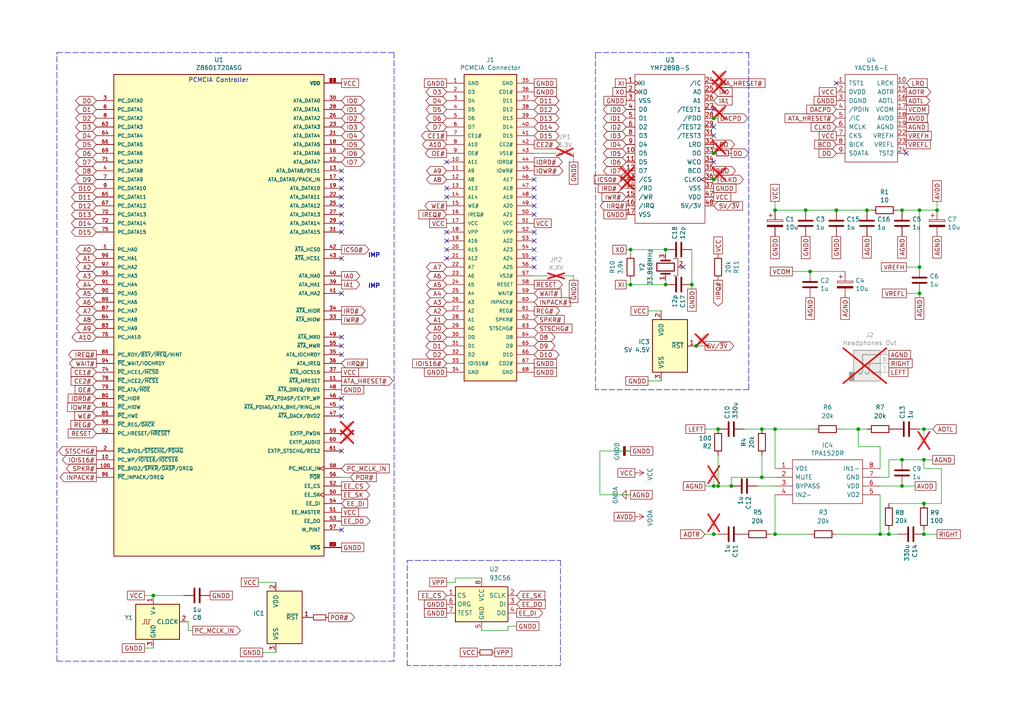
<source format=kicad_sch>
(kicad_sch (version 20231120) (generator "eeschema") (generator_version "8.0")
  (paper "A4")
  (title_block (title "PCMCIA OPL3 Sound Card") (date "2025-02-06") (rev "HW3"))
  (junction (at 234.95 78.74))
  (junction (at 251.46 60.96))
  (junction (at 267.97 133.35))
  (junction (at 207.01 44.45))
  (junction (at 44.45 172.72))
  (junction (at 248.92 124.46))
  (junction (at 261.62 140.97))
  (junction (at 201.93 100.33))
  (junction (at 267.97 124.46))
  (junction (at 220.98 124.46))
  (junction (at 261.62 60.96))
  (junction (at 207.01 34.29))
  (junction (at 257.81 154.94))
  (junction (at 208.28 140.97))
  (junction (at 220.98 138.43))
  (junction (at 212.09 140.97))
  (junction (at 271.78 60.96))
  (junction (at 208.28 124.46))
  (junction (at 207.01 52.07))
  (junction (at 266.7 85.09))
  (junction (at 267.97 154.94))
  (junction (at 224.79 60.96))
  (junction (at 193.04 72.39))
  (junction (at 182.88 72.39))
  (junction (at 266.7 77.47))
  (junction (at 233.68 60.96))
  (junction (at 267.97 146.05))
  (junction (at 261.62 133.35))
  (junction (at 224.79 124.46))
  (junction (at 224.79 154.94))
  (junction (at 255.27 154.94))
  (junction (at 200.66 82.55))
  (junction (at 266.7 60.96))
  (junction (at 207.01 154.94))
  (junction (at 182.88 82.55))
  (junction (at 242.57 60.96))
  (junction (at 193.04 82.55))
  (junction (at 207.01 140.97))
  (no_connect (at 154.94 57.15))
  (no_connect (at 154.94 54.61))
  (no_connect (at 129.54 57.15))
  (no_connect (at 99.06 57.15))
  (no_connect (at 99.06 52.07))
  (no_connect (at 99.06 62.23))
  (no_connect (at 99.06 67.31))
  (no_connect (at 207.01 46.99))
  (no_connect (at 242.57 24.13))
  (no_connect (at 129.54 72.39))
  (no_connect (at 154.94 67.31))
  (no_connect (at 99.06 54.61))
  (no_connect (at 207.01 31.75))
  (no_connect (at 99.06 74.93))
  (no_connect (at 207.01 36.83))
  (no_connect (at 154.94 77.47))
  (no_connect (at 99.06 85.09))
  (no_connect (at 129.54 54.61))
  (no_connect (at 99.06 97.79))
  (no_connect (at 129.54 74.93))
  (no_connect (at 99.06 49.53))
  (no_connect (at 154.94 69.85))
  (no_connect (at 154.94 52.07))
  (no_connect (at 99.06 115.57))
  (no_connect (at 154.94 74.93))
  (no_connect (at 99.06 118.11))
  (no_connect (at 207.01 39.37))
  (no_connect (at 99.06 100.33))
  (no_connect (at 99.06 120.65))
  (no_connect (at 99.06 130.81))
  (no_connect (at 99.06 64.77))
  (no_connect (at 129.54 46.99))
  (no_connect (at 198.12 77.47))
  (no_connect (at 154.94 59.69))
  (no_connect (at 99.06 59.69))
  (no_connect (at 154.94 72.39))
  (no_connect (at 99.06 102.87))
  (no_connect (at 262.89 44.45))
  (no_connect (at 129.54 67.31))
  (no_connect (at 154.94 62.23))
  (no_connect (at 99.06 153.67))
  (no_connect (at 129.54 69.85))
  (polyline (pts (xy 114.3 15.24) (xy 114.3 191.77)) (stroke (width 0) (type dash)))
  (polyline (pts (xy 172.72 15.24) (xy 217.17 15.24)) (stroke (width 0) (type dash)))
  (wire (pts (xy 204.47 140.97) (xy 207.01 140.97)))
  (wire (pts (xy 41.91 172.72) (xy 44.45 172.72)))
  (wire (pts (xy 44.45 172.72) (xy 53.34 172.72)))
  (wire (pts (xy 267.97 135.89) (xy 267.97 133.35)))
  (wire (pts (xy 208.28 34.29) (xy 207.01 34.29)))
  (wire (pts (xy 163.83 80.01) (xy 166.37 80.01)))
  (wire (pts (xy 182.88 130.81) (xy 173.99 130.81)))
  (wire (pts (xy 260.35 60.96) (xy 261.62 60.96)))
  (wire (pts (xy 41.91 187.96) (xy 44.45 187.96)))
  (wire (pts (xy 224.79 143.51) (xy 224.79 154.94)))
  (wire (pts (xy 234.95 78.74) (xy 229.87 78.74)))
  (polyline (pts (xy 16.51 15.24) (xy 114.3 15.24)) (stroke (width 0) (type dash)))
  (wire (pts (xy 208.28 132.08) (xy 208.28 140.97)))
  (wire (pts (xy 147.32 182.88) (xy 147.32 181.61)))
  (wire (pts (xy 261.62 60.96) (xy 266.7 60.96)))
  (polyline (pts (xy 118.11 193.04) (xy 118.11 162.56)) (stroke (width 0) (type dash)))
  (wire (pts (xy 208.28 140.97) (xy 212.09 140.97)))
  (wire (pts (xy 129.54 168.91) (xy 132.08 168.91)))
  (wire (pts (xy 243.84 124.46) (xy 248.92 124.46)))
  (polyline (pts (xy 162.56 162.56) (xy 162.56 193.04)) (stroke (width 0) (type dash)))
  (polyline (pts (xy 114.3 191.77) (xy 16.51 191.77)) (stroke (width 0) (type dash)))
  (wire (pts (xy 267.97 154.94) (xy 267.97 153.67)))
  (polyline (pts (xy 162.56 193.04) (xy 118.11 193.04)) (stroke (width 0) (type dash)))
  (polyline (pts (xy 118.11 162.56) (xy 162.56 162.56)) (stroke (width 0) (type dash)))
  (wire (pts (xy 132.08 167.64) (xy 139.7 167.64)))
  (wire (pts (xy 267.97 146.05) (xy 273.05 146.05)))
  (wire (pts (xy 224.79 60.96) (xy 233.68 60.96)))
  (wire (pts (xy 173.99 143.51) (xy 182.88 143.51)))
  (polyline (pts (xy 16.51 191.77) (xy 16.51 15.24)) (stroke (width 0) (type dash)))
  (wire (pts (xy 257.81 138.43) (xy 255.27 138.43)))
  (wire (pts (xy 193.04 73.66) (xy 193.04 72.39)))
  (wire (pts (xy 212.09 138.43) (xy 212.09 140.97)))
  (wire (pts (xy 166.37 46.99) (xy 166.37 44.45)))
  (wire (pts (xy 233.68 60.96) (xy 242.57 60.96)))
  (wire (pts (xy 266.7 85.09) (xy 262.89 85.09)))
  (wire (pts (xy 132.08 168.91) (xy 132.08 167.64)))
  (wire (pts (xy 245.11 78.74) (xy 234.95 78.74)))
  (polyline (pts (xy 172.72 113.03) (xy 172.72 15.24)) (stroke (width 0) (type dash)))
  (wire (pts (xy 255.27 129.54) (xy 248.92 129.54)))
  (wire (pts (xy 266.7 60.96) (xy 271.78 60.96)))
  (wire (pts (xy 261.62 133.35) (xy 257.81 133.35)))
  (wire (pts (xy 208.28 124.46) (xy 204.47 124.46)))
  (wire (pts (xy 54.61 180.34) (xy 54.61 182.88)))
  (wire (pts (xy 147.32 181.61) (xy 149.86 181.61)))
  (wire (pts (xy 74.93 168.91) (xy 80.01 168.91)))
  (wire (pts (xy 267.97 154.94) (xy 271.78 154.94)))
  (wire (pts (xy 204.47 100.33) (xy 201.93 100.33)))
  (wire (pts (xy 207.01 154.94) (xy 204.47 154.94)))
  (wire (pts (xy 200.66 82.55) (xy 200.66 72.39)))
  (wire (pts (xy 257.81 133.35) (xy 257.81 138.43)))
  (wire (pts (xy 200.66 83.82) (xy 200.66 82.55)))
  (wire (pts (xy 180.34 52.07) (xy 181.61 52.07)))
  (wire (pts (xy 224.79 58.42) (xy 224.79 60.96)))
  (wire (pts (xy 166.37 80.01) (xy 166.37 81.28)))
  (wire (pts (xy 257.81 146.05) (xy 267.97 146.05)))
  (wire (pts (xy 139.7 182.88) (xy 147.32 182.88)))
  (wire (pts (xy 220.98 124.46) (xy 224.79 124.46)))
  (wire (pts (xy 215.9 124.46) (xy 220.98 124.46)))
  (wire (pts (xy 99.06 138.43) (xy 101.6 138.43)))
  (wire (pts (xy 181.61 82.55) (xy 182.88 82.55)))
  (wire (pts (xy 207.01 140.97) (xy 208.28 140.97)))
  (wire (pts (xy 182.88 82.55) (xy 182.88 81.28)))
  (wire (pts (xy 266.7 86.36) (xy 266.7 85.09)))
  (wire (pts (xy 187.96 110.49) (xy 191.77 110.49)))
  (wire (pts (xy 224.79 135.89) (xy 224.79 124.46)))
  (wire (pts (xy 234.95 154.94) (xy 224.79 154.94)))
  (wire (pts (xy 251.46 60.96) (xy 252.73 60.96)))
  (wire (pts (xy 54.61 182.88) (xy 55.88 182.88)))
  (wire (pts (xy 224.79 138.43) (xy 220.98 138.43)))
  (polyline (pts (xy 217.17 15.24) (xy 217.17 113.03)) (stroke (width 0) (type dash)))
  (wire (pts (xy 220.98 138.43) (xy 212.09 138.43)))
  (wire (pts (xy 181.61 72.39) (xy 182.88 72.39)))
  (wire (pts (xy 154.94 44.45) (xy 161.29 44.45)))
  (wire (pts (xy 182.88 72.39) (xy 182.88 73.66)))
  (wire (pts (xy 257.81 154.94) (xy 260.35 154.94)))
  (wire (pts (xy 266.7 124.46) (xy 267.97 124.46)))
  (wire (pts (xy 193.04 82.55) (xy 193.04 81.28)))
  (wire (pts (xy 173.99 130.81) (xy 173.99 143.51)))
  (polyline (pts (xy 217.17 113.03) (xy 172.72 113.03)) (stroke (width 0) (type dash)))
  (wire (pts (xy 271.78 60.96) (xy 271.78 58.42)))
  (wire (pts (xy 261.62 133.35) (xy 267.97 133.35)))
  (wire (pts (xy 158.75 80.01) (xy 154.94 80.01)))
  (wire (pts (xy 255.27 154.94) (xy 242.57 154.94)))
  (wire (pts (xy 257.81 153.67) (xy 257.81 154.94)))
  (wire (pts (xy 248.92 124.46) (xy 251.46 124.46)))
  (wire (pts (xy 187.96 90.17) (xy 191.77 90.17)))
  (wire (pts (xy 255.27 154.94) (xy 257.81 154.94)))
  (wire (pts (xy 180.34 54.61) (xy 181.61 54.61)))
  (wire (pts (xy 273.05 146.05) (xy 273.05 135.89)))
  (wire (pts (xy 267.97 135.89) (xy 273.05 135.89)))
  (wire (pts (xy 182.88 72.39) (xy 193.04 72.39)))
  (wire (pts (xy 208.28 52.07) (xy 207.01 52.07)))
  (wire (pts (xy 266.7 77.47) (xy 262.89 77.47)))
  (wire (pts (xy 261.62 140.97) (xy 265.43 140.97)))
  (wire (pts (xy 224.79 124.46) (xy 236.22 124.46)))
  (wire (pts (xy 220.98 132.08) (xy 220.98 138.43)))
  (wire (pts (xy 80.01 189.23) (xy 76.2 189.23)))
  (wire (pts (xy 267.97 124.46) (xy 270.51 124.46)))
  (wire (pts (xy 255.27 143.51) (xy 255.27 154.94)))
  (wire (pts (xy 255.27 140.97) (xy 261.62 140.97)))
  (wire (pts (xy 223.52 154.94) (xy 224.79 154.94)))
  (wire (pts (xy 242.57 60.96) (xy 251.46 60.96)))
  (wire (pts (xy 255.27 129.54) (xy 255.27 135.89)))
  (wire (pts (xy 248.92 129.54) (xy 248.92 124.46)))
  (wire (pts (xy 182.88 82.55) (xy 193.04 82.55)))
  (wire (pts (xy 219.71 140.97) (xy 224.79 140.97)))
  (wire (pts (xy 267.97 133.35) (xy 270.51 133.35)))
  (wire (pts (xy 266.7 60.96) (xy 266.7 77.47)))
  (wire (pts (xy 208.28 154.94) (xy 207.01 154.94)))
  (text "IMP" (at 106.68 83.82 0) (effects (font (size 1.27 1.27) (thickness 0.254) (bold yes)) (justify left bottom)))
  (text "PCMCIA Controller" (at 54.61 24.13 0) (effects (font (size 1.27 1.27)) (justify left bottom)))
  (text "IMP" (at 106.68 74.93 0) (effects (font (size 1.27 1.27) (thickness 0.254) (bold yes)) (justify left bottom)))
  (global_label "AVDD" (shape passive) (at 262.89 34.29 0) (property "Intersheetrefs" "${INTERSHEET_REFS}" (effects (hide yes))))
  (global_label "VREFL" (shape passive) (at 262.89 41.91 0) (property "Intersheetrefs" "${INTERSHEET_REFS}" (effects (hide yes))))
  (global_label "GNDD" (shape passive) (at 76.2 189.23 180) (property "Intersheetrefs" "${INTERSHEET_REFS}" (effects (hide yes))))
  (global_label "D13" (shape bidirectional) (at 154.94 34.29 0) (property "Intersheetrefs" "${INTERSHEET_REFS}" (effects (hide yes))))
  (global_label "GNDD" (shape passive) (at 207.01 54.61 0) (property "Intersheetrefs" "${INTERSHEET_REFS}" (effects (hide yes))))
  (global_label "GNDD" (shape passive) (at 242.57 68.58 270) (property "Intersheetrefs" "${INTERSHEET_REFS}" (effects (hide yes))))
  (global_label "A1" (shape bidirectional) (at 27.94 74.93 180) (property "Intersheetrefs" "${INTERSHEET_REFS}" (effects (hide yes))))
  (global_label "IWR#" (shape output) (at 99.06 92.71 0) (property "Intersheetrefs" "${INTERSHEET_REFS}" (effects (hide yes))))
  (global_label "OE#" (shape output) (at 129.54 44.45 180) (property "Intersheetrefs" "${INTERSHEET_REFS}" (effects (hide yes))))
  (global_label "LRO" (shape output) (at 207.01 41.91 0) (property "Intersheetrefs" "${INTERSHEET_REFS}" (effects (hide yes))))
  (global_label "AGND" (shape passive) (at 234.95 86.36 270) (property "Intersheetrefs" "${INTERSHEET_REFS}" (effects (hide yes))))
  (global_label "SPKR#" (shape output) (at 27.94 135.89 180) (property "Intersheetrefs" "${INTERSHEET_REFS}" (effects (hide yes))))
  (global_label "EE_DO" (shape output) (at 99.06 151.13 0) (property "Intersheetrefs" "${INTERSHEET_REFS}" (effects (hide yes))))
  (global_label "VCOM" (shape passive) (at 229.87 78.74 180) (property "Intersheetrefs" "${INTERSHEET_REFS}" (effects (hide yes))))
  (global_label "D8" (shape bidirectional) (at 154.94 97.79 0) (property "Intersheetrefs" "${INTERSHEET_REFS}" (effects (hide yes))))
  (global_label "VREFH" (shape passive) (at 262.89 39.37 0) (property "Intersheetrefs" "${INTERSHEET_REFS}" (effects (hide yes))))
  (global_label "VPP" (shape passive) (at 129.54 168.91 180) (property "Intersheetrefs" "${INTERSHEET_REFS}" (effects (hide yes))))
  (global_label "D7" (shape bidirectional) (at 27.94 46.99 180) (property "Intersheetrefs" "${INTERSHEET_REFS}" (effects (hide yes))))
  (global_label "A9" (shape bidirectional) (at 27.94 95.25 180) (property "Intersheetrefs" "${INTERSHEET_REFS}" (effects (hide yes))))
  (global_label "IRD#" (shape output) (at 99.06 90.17 0) (property "Intersheetrefs" "${INTERSHEET_REFS}" (effects (hide yes))))
  (global_label "PC_MCLK_IN" (shape input) (at 99.06 135.89 0) (property "Intersheetrefs" "${INTERSHEET_REFS}" (effects (hide yes))))
  (global_label "AGND" (shape passive) (at 271.78 68.58 270) (property "Intersheetrefs" "${INTERSHEET_REFS}" (effects (hide yes))))
  (global_label "GNDD" (shape passive) (at 242.57 29.21 180) (property "Intersheetrefs" "${INTERSHEET_REFS}" (effects (hide yes))))
  (global_label "D2" (shape bidirectional) (at 27.94 34.29 180) (property "Intersheetrefs" "${INTERSHEET_REFS}" (effects (hide yes))))
  (global_label "A0" (shape bidirectional) (at 129.54 95.25 180) (property "Intersheetrefs" "${INTERSHEET_REFS}" (effects (hide yes))))
  (global_label "STSCHG#" (shape output) (at 27.94 130.81 180) (property "Intersheetrefs" "${INTERSHEET_REFS}" (effects (hide yes))))
  (global_label "OE#" (shape input) (at 27.94 113.03 180) (property "Intersheetrefs" "${INTERSHEET_REFS}" (effects (hide yes))))
  (global_label "GNDD" (shape passive) (at 166.37 81.28 270) (property "Intersheetrefs" "${INTERSHEET_REFS}" (effects (hide yes))))
  (global_label "GNDD" (shape passive) (at 200.66 83.82 270) (property "Intersheetrefs" "${INTERSHEET_REFS}" (effects (hide yes))))
  (global_label "GNDD" (shape passive) (at 182.88 130.81 0) (property "Intersheetrefs" "${INTERSHEET_REFS}" (effects (hide yes))))
  (global_label "WE#" (shape output) (at 129.54 59.69 180) (property "Intersheetrefs" "${INTERSHEET_REFS}" (effects (hide yes))))
  (global_label "VCC" (shape passive) (at 41.91 172.72 180) (property "Intersheetrefs" "${INTERSHEET_REFS}" (effects (hide yes))))
  (global_label "A6" (shape bidirectional) (at 129.54 80.01 180) (property "Intersheetrefs" "${INTERSHEET_REFS}" (effects (hide yes))))
  (global_label "RIGHT" (shape passive) (at 257.81 105.41 0) (property "Intersheetrefs" "${INTERSHEET_REFS}" (effects (hide yes))))
  (global_label "VREFH" (shape passive) (at 262.89 77.47 180) (property "Intersheetrefs" "${INTERSHEET_REFS}" (effects (hide yes))))
  (global_label "ICS0#" (shape input) (at 180.34 52.07 180) (property "Intersheetrefs" "${INTERSHEET_REFS}" (effects (hide yes))))
  (global_label "GNDD" (shape passive) (at 154.94 24.13 0) (property "Intersheetrefs" "${INTERSHEET_REFS}" (effects (hide yes))))
  (global_label "IOIS16#" (shape input) (at 129.54 105.41 180) (property "Intersheetrefs" "${INTERSHEET_REFS}" (effects (hide yes))))
  (global_label "SPKR#" (shape input) (at 154.94 92.71 0) (property "Intersheetrefs" "${INTERSHEET_REFS}" (effects (hide yes))))
  (global_label "D5" (shape bidirectional) (at 27.94 41.91 180) (property "Intersheetrefs" "${INTERSHEET_REFS}" (effects (hide yes))))
  (global_label "ICS0#" (shape output) (at 99.06 72.39 0) (property "Intersheetrefs" "${INTERSHEET_REFS}" (effects (hide yes))))
  (global_label "VCC" (shape passive) (at 184.15 137.16 180) (property "Intersheetrefs" "${INTERSHEET_REFS}" (effects (hide yes))))
  (global_label "AOTR" (shape output) (at 262.89 26.67 0) (property "Intersheetrefs" "${INTERSHEET_REFS}" (effects (hide yes))))
  (global_label "A2" (shape bidirectional) (at 27.94 77.47 180) (property "Intersheetrefs" "${INTERSHEET_REFS}" (effects (hide yes))))
  (global_label "D3" (shape bidirectional) (at 129.54 26.67 180) (property "Intersheetrefs" "${INTERSHEET_REFS}" (effects (hide yes))))
  (global_label "VCC" (shape passive) (at 242.57 39.37 180) (property "Intersheetrefs" "${INTERSHEET_REFS}" (effects (hide yes))))
  (global_label "IIRQ#" (shape input) (at 99.06 105.41 0) (property "Intersheetrefs" "${INTERSHEET_REFS}" (effects (hide yes))))
  (global_label "XO" (shape passive) (at 181.61 72.39 180) (property "Intersheetrefs" "${INTERSHEET_REFS}" (effects (hide yes))))
  (global_label "IREQ#" (shape input) (at 129.54 62.23 180) (property "Intersheetrefs" "${INTERSHEET_REFS}" (effects (hide yes))))
  (global_label "D7" (shape bidirectional) (at 129.54 36.83 180) (property "Intersheetrefs" "${INTERSHEET_REFS}" (effects (hide yes))))
  (global_label "D9" (shape bidirectional) (at 154.94 100.33 0) (property "Intersheetrefs" "${INTERSHEET_REFS}" (effects (hide yes))))
  (global_label "IA1" (shape output) (at 99.06 82.55 0) (property "Intersheetrefs" "${INTERSHEET_REFS}" (effects (hide yes))))
  (global_label "D3" (shape bidirectional) (at 27.94 36.83 180) (property "Intersheetrefs" "${INTERSHEET_REFS}" (effects (hide yes))))
  (global_label "REG#" (shape input) (at 27.94 123.19 180) (property "Intersheetrefs" "${INTERSHEET_REFS}" (effects (hide yes))))
  (global_label "REG#" (shape output) (at 154.94 90.17 0) (property "Intersheetrefs" "${INTERSHEET_REFS}" (effects (hide yes))))
  (global_label "GNDD" (shape passive) (at 181.61 29.21 180) (property "Intersheetrefs" "${INTERSHEET_REFS}" (effects (hide yes))))
  (global_label "A5" (shape bidirectional) (at 129.54 82.55 180) (property "Intersheetrefs" "${INTERSHEET_REFS}" (effects (hide yes))))
  (global_label "D15" (shape bidirectional) (at 27.94 67.31 180) (property "Intersheetrefs" "${INTERSHEET_REFS}" (effects (hide yes))))
  (global_label "A2" (shape bidirectional) (at 129.54 90.17 180) (property "Intersheetrefs" "${INTERSHEET_REFS}" (effects (hide yes))))
  (global_label "IRD#" (shape input) (at 180.34 54.61 180) (property "Intersheetrefs" "${INTERSHEET_REFS}" (effects (hide yes))))
  (global_label "A0" (shape bidirectional) (at 27.94 72.39 180) (property "Intersheetrefs" "${INTERSHEET_REFS}" (effects (hide yes))))
  (global_label "D11" (shape bidirectional) (at 27.94 57.15 180) (property "Intersheetrefs" "${INTERSHEET_REFS}" (effects (hide yes))))
  (global_label "CE1#" (shape output) (at 129.54 39.37 180) (property "Intersheetrefs" "${INTERSHEET_REFS}" (effects (hide yes))))
  (global_label "A8" (shape bidirectional) (at 27.94 92.71 180) (property "Intersheetrefs" "${INTERSHEET_REFS}" (effects (hide yes))))
  (global_label "5V{slash}~{3V}" (shape input) (at 207.01 59.69 0) (property "Intersheetrefs" "${INTERSHEET_REFS}" (effects (hide yes))))
  (global_label "IA1" (shape input) (at 207.01 29.21 0) (property "Intersheetrefs" "${INTERSHEET_REFS}" (effects (hide yes))))
  (global_label "AGND" (shape passive) (at 257.81 102.87 0) (property "Intersheetrefs" "${INTERSHEET_REFS}" (effects (hide yes))))
  (global_label "D4" (shape bidirectional) (at 129.54 29.21 180) (property "Intersheetrefs" "${INTERSHEET_REFS}" (effects (hide yes))))
  (global_label "AVDD" (shape passive) (at 271.78 58.42 90) (property "Intersheetrefs" "${INTERSHEET_REFS}" (effects (hide yes))))
  (global_label "IOWR#" (shape input) (at 27.94 118.11 180) (property "Intersheetrefs" "${INTERSHEET_REFS}" (effects (hide yes))))
  (global_label "IORD#" (shape output) (at 154.94 46.99 0) (property "Intersheetrefs" "${INTERSHEET_REFS}" (effects (hide yes))))
  (global_label "IIRQ#" (shape output) (at 208.28 81.28 270) (property "Intersheetrefs" "${INTERSHEET_REFS}" (effects (hide yes))))
  (global_label "A10" (shape bidirectional) (at 129.54 41.91 180) (property "Intersheetrefs" "${INTERSHEET_REFS}" (effects (hide yes))))
  (global_label "D6" (shape bidirectional) (at 129.54 34.29 180) (property "Intersheetrefs" "${INTERSHEET_REFS}" (effects (hide yes))))
  (global_label "IREQ#" (shape output) (at 27.94 102.87 180) (property "Intersheetrefs" "${INTERSHEET_REFS}" (effects (hide yes))))
  (global_label "POR#" (shape output) (at 95.25 179.07 0) (property "Intersheetrefs" "${INTERSHEET_REFS}" (effects (hide yes))))
  (global_label "D4" (shape bidirectional) (at 27.94 39.37 180) (property "Intersheetrefs" "${INTERSHEET_REFS}" (effects (hide yes))))
  (global_label "ID7" (shape bidirectional) (at 99.06 46.99 0) (property "Intersheetrefs" "${INTERSHEET_REFS}" (effects (hide yes))))
  (global_label "ID1" (shape bidirectional) (at 181.61 34.29 180) (property "Intersheetrefs" "${INTERSHEET_REFS}" (effects (hide yes))))
  (global_label "A7" (shape bidirectional) (at 129.54 77.47 180) (property "Intersheetrefs" "${INTERSHEET_REFS}" (effects (hide yes))))
  (global_label "ID2" (shape bidirectional) (at 99.06 34.29 0) (property "Intersheetrefs" "${INTERSHEET_REFS}" (effects (hide yes))))
  (global_label "GNDD" (shape passive) (at 233.68 68.58 270) (property "Intersheetrefs" "${INTERSHEET_REFS}" (effects (hide yes))))
  (global_label "D5" (shape bidirectional) (at 129.54 31.75 180) (property "Intersheetrefs" "${INTERSHEET_REFS}" (effects (hide yes))))
  (global_label "ID1" (shape bidirectional) (at 99.06 31.75 0) (property "Intersheetrefs" "${INTERSHEET_REFS}" (effects (hide yes))))
  (global_label "ID5" (shape bidirectional) (at 99.06 41.91 0) (property "Intersheetrefs" "${INTERSHEET_REFS}" (effects (hide yes))))
  (global_label "ID0" (shape bidirectional) (at 99.06 29.21 0) (property "Intersheetrefs" "${INTERSHEET_REFS}" (effects (hide yes))))
  (global_label "XI" (shape passive) (at 181.61 24.13 180) (property "Intersheetrefs" "${INTERSHEET_REFS}" (effects (hide yes))))
  (global_label "D12" (shape bidirectional) (at 154.94 31.75 0) (property "Intersheetrefs" "${INTERSHEET_REFS}" (effects (hide yes))))
  (global_label "ID6" (shape bidirectional) (at 99.06 44.45 0) (property "Intersheetrefs" "${INTERSHEET_REFS}" (effects (hide yes))))
  (global_label "RESET" (shape input) (at 27.94 125.73 180) (property "Intersheetrefs" "${INTERSHEET_REFS}" (effects (hide yes))))
  (global_label "ATA_HRESET#" (shape input) (at 207.01 24.13 0) (property "Intersheetrefs" "${INTERSHEET_REFS}" (effects (hide yes))))
  (global_label "GNDD" (shape passive) (at 149.86 181.61 0) (property "Intersheetrefs" "${INTERSHEET_REFS}" (effects (hide yes))))
  (global_label "D10" (shape bidirectional) (at 154.94 102.87 0) (property "Intersheetrefs" "${INTERSHEET_REFS}" (effects (hide yes))))
  (global_label "D12" (shape bidirectional) (at 27.94 59.69 180) (property "Intersheetrefs" "${INTERSHEET_REFS}" (effects (hide yes))))
  (global_label "IORD#" (shape input) (at 27.94 115.57 180) (property "Intersheetrefs" "${INTERSHEET_REFS}" (effects (hide yes))))
  (global_label "CE2#" (shape input) (at 27.94 110.49 180) (property "Intersheetrefs" "${INTERSHEET_REFS}" (effects (hide yes))))
  (global_label "EE_SK" (shape input) (at 149.86 172.72 0) (property "Intersheetrefs" "${INTERSHEET_REFS}" (effects (hide yes))))
  (global_label "INPACK#" (shape input) (at 154.94 87.63 0) (property "Intersheetrefs" "${INTERSHEET_REFS}" (effects (hide yes))))
  (global_label "D6" (shape bidirectional) (at 27.94 44.45 180) (property "Intersheetrefs" "${INTERSHEET_REFS}" (effects (hide yes))))
  (global_label "POR#" (shape input) (at 101.6 138.43 0) (property "Intersheetrefs" "${INTERSHEET_REFS}" (effects (hide yes))))
  (global_label "BCO" (shape output) (at 207.01 49.53 0) (property "Intersheetrefs" "${INTERSHEET_REFS}" (effects (hide yes))))
  (global_label "EE_DI" (shape input) (at 99.06 146.05 0) (property "Intersheetrefs" "${INTERSHEET_REFS}" (effects (hide yes))))
  (global_label "VCC" (shape passive) (at 99.06 107.95 0) (property "Intersheetrefs" "${INTERSHEET_REFS}" (effects (hide yes))))
  (global_label "AOTL" (shape output) (at 262.89 29.21 0) (property "Intersheetrefs" "${INTERSHEET_REFS}" (effects (hide yes))))
  (global_label "ATA_HRESET#" (shape input) (at 242.57 34.29 180) (property "Intersheetrefs" "${INTERSHEET_REFS}" (effects (hide yes))))
  (global_label "VCC" (shape passive) (at 224.79 58.42 90) (property "Intersheetrefs" "${INTERSHEET_REFS}" (effects (hide yes))))
  (global_label "VCC" (shape passive) (at 129.54 64.77 180) (property "Intersheetrefs" "${INTERSHEET_REFS}" (effects (hide yes))))
  (global_label "ID3" (shape bidirectional) (at 99.06 36.83 0) (property "Intersheetrefs" "${INTERSHEET_REFS}" (effects (hide yes))))
  (global_label "VCC" (shape passive) (at 138.43 189.23 180) (property "Intersheetrefs" "${INTERSHEET_REFS}" (effects (hide yes))))
  (global_label "WAIT#" (shape input) (at 154.94 85.09 0) (property "Intersheetrefs" "${INTERSHEET_REFS}" (effects (hide yes))))
  (global_label "5V{slash}~{3V}" (shape output) (at 204.47 100.33 0) (property "Intersheetrefs" "${INTERSHEET_REFS}" (effects (hide yes))))
  (global_label "A10" (shape bidirectional) (at 27.94 97.79 180) (property "Intersheetrefs" "${INTERSHEET_REFS}" (effects (hide yes))))
  (global_label "GNDD" (shape passive) (at 166.37 46.99 270) (property "Intersheetrefs" "${INTERSHEET_REFS}" (effects (hide yes))))
  (global_label "D9" (shape bidirectional) (at 27.94 52.07 180) (property "Intersheetrefs" "${INTERSHEET_REFS}" (effects (hide yes))))
  (global_label "AGND" (shape passive) (at 182.88 143.51 0) (property "Intersheetrefs" "${INTERSHEET_REFS}" (effects (hide yes))))
  (global_label "XO" (shape passive) (at 181.61 26.67 180) (property "Intersheetrefs" "${INTERSHEET_REFS}" (effects (hide yes))))
  (global_label "WE#" (shape input) (at 27.94 120.65 180) (property "Intersheetrefs" "${INTERSHEET_REFS}" (effects (hide yes))))
  (global_label "D10" (shape bidirectional) (at 27.94 54.61 180) (property "Intersheetrefs" "${INTERSHEET_REFS}" (effects (hide yes))))
  (global_label "D2" (shape bidirectional) (at 129.54 102.87 180) (property "Intersheetrefs" "${INTERSHEET_REFS}" (effects (hide yes))))
  (global_label "EE_SK" (shape output) (at 99.06 143.51 0) (property "Intersheetrefs" "${INTERSHEET_REFS}" (effects (hide yes))))
  (global_label "GNDD" (shape passive) (at 187.96 110.49 180) (property "Intersheetrefs" "${INTERSHEET_REFS}" (effects (hide yes))))
  (global_label "ID0" (shape bidirectional) (at 181.61 31.75 180) (property "Intersheetrefs" "${INTERSHEET_REFS}" (effects (hide yes))))
  (global_label "RESET" (shape output) (at 154.94 82.55 0) (property "Intersheetrefs" "${INTERSHEET_REFS}" (effects (hide yes))))
  (global_label "IWR#" (shape input) (at 181.61 57.15 180) (property "Intersheetrefs" "${INTERSHEET_REFS}" (effects (hide yes))))
  (global_label "VPP" (shape passive) (at 143.51 189.23 0) (property "Intersheetrefs" "${INTERSHEET_REFS}" (effects (hide yes))))
  (global_label "EE_CS" (shape output) (at 99.06 140.97 0) (property "Intersheetrefs" "${INTERSHEET_REFS}" (effects (hide yes))))
  (global_label "IOWR#" (shape output) (at 154.94 49.53 0) (property "Intersheetrefs" "${INTERSHEET_REFS}" (effects (hide yes))))
  (global_label "AGND" (shape passive) (at 251.46 68.58 270) (property "Intersheetrefs" "${INTERSHEET_REFS}" (effects (hide yes))))
  (global_label "WAIT#" (shape output) (at 27.94 105.41 180) (property "Intersheetrefs" "${INTERSHEET_REFS}" (effects (hide yes))))
  (global_label "EE_DI" (shape output) (at 149.86 177.8 0) (property "Intersheetrefs" "${INTERSHEET_REFS}" (effects (hide yes))))
  (global_label "AOTL" (shape input) (at 270.51 124.46 0) (property "Intersheetrefs" "${INTERSHEET_REFS}" (effects (hide yes))))
  (global_label "ID4" (shape bidirectional) (at 99.06 39.37 0) (property "Intersheetrefs" "${INTERSHEET_REFS}" (effects (hide yes))))
  (global_label "A9" (shape bidirectional) (at 129.54 49.53 180) (property "Intersheetrefs" "${INTERSHEET_REFS}" (effects (hide yes))))
  (global_label "VCC" (shape passive) (at 99.06 148.59 0) (property "Intersheetrefs" "${INTERSHEET_REFS}" (effects (hide yes))))
  (global_label "VCC" (shape passive) (at 242.57 26.67 180) (property "Intersheetrefs" "${INTERSHEET_REFS}" (effects (hide yes))))
  (global_label "IIRQ#" (shape output) (at 181.61 59.69 180) (property "Intersheetrefs" "${INTERSHEET_REFS}" (effects (hide yes))))
  (global_label "D0" (shape bidirectional) (at 129.54 97.79 180) (property "Intersheetrefs" "${INTERSHEET_REFS}" (effects (hide yes))))
  (global_label "ID2" (shape bidirectional) (at 181.61 36.83 180) (property "Intersheetrefs" "${INTERSHEET_REFS}" (effects (hide yes))))
  (global_label "VCC" (shape passive) (at 207.01 57.15 0) (property "Intersheetrefs" "${INTERSHEET_REFS}" (effects (hide yes))))
  (global_label "D0" (shape bidirectional) (at 27.94 29.21 180) (property "Intersheetrefs" "${INTERSHEET_REFS}" (effects (hide yes))))
  (global_label "LEFT" (shape passive) (at 204.47 124.46 180) (property "Intersheetrefs" "${INTERSHEET_REFS}" (effects (hide yes))))
  (global_label "LRO" (shape input) (at 262.89 24.13 0) (property "Intersheetrefs" "${INTERSHEET_REFS}" (effects (hide yes))))
  (global_label "VCC" (shape passive) (at 208.28 73.66 90) (property "Intersheetrefs" "${INTERSHEET_REFS}" (effects (hide yes))))
  (global_label "AGND" (shape passive) (at 266.7 86.36 270) (property "Intersheetrefs" "${INTERSHEET_REFS}" (effects (hide yes))))
  (global_label "GNDD" (shape passive) (at 224.79 68.58 270) (property "Intersheetrefs" "${INTERSHEET_REFS}" (effects (hide yes))))
  (global_label "IA0" (shape input) (at 207.01 26.67 0) (property "Intersheetrefs" "${INTERSHEET_REFS}" (effects (hide yes))))
  (global_label "D14" (shape bidirectional) (at 154.94 36.83 0) (property "Intersheetrefs" "${INTERSHEET_REFS}" (effects (hide yes))))
  (global_label "IOIS16#" (shape output) (at 27.94 133.35 180) (property "Intersheetrefs" "${INTERSHEET_REFS}" (effects (hide yes))))
  (global_label "A1" (shape bidirectional) (at 129.54 92.71 180) (property "Intersheetrefs" "${INTERSHEET_REFS}" (effects (hide yes))))
  (global_label "AGND" (shape passive) (at 270.51 133.35 0) (property "Intersheetrefs" "${INTERSHEET_REFS}" (effects (hide yes))))
  (global_label "AGND" (shape passive) (at 262.89 36.83 0) (property "Intersheetrefs" "${INTERSHEET_REFS}" (effects (hide yes))))
  (global_label "ATA_HRESET#" (shape output) (at 99.06 110.49 0) (property "Intersheetrefs" "${INTERSHEET_REFS}" (effects (hide yes))))
  (global_label "AVDD" (shape passive) (at 184.15 149.86 180) (property "Intersheetrefs" "${INTERSHEET_REFS}" (effects (hide yes))))
  (global_label "GNDD" (shape passive) (at 181.61 62.23 180) (property "Intersheetrefs" "${INTERSHEET_REFS}" (effects (hide yes))))
  (global_label "D11" (shape bidirectional) (at 154.94 29.21 0) (property "Intersheetrefs" "${INTERSHEET_REFS}" (effects (hide yes))))
  (global_label "DACPD" (shape output) (at 208.28 34.29 0) (property "Intersheetrefs" "${INTERSHEET_REFS}" (effects (hide yes))))
  (global_label "A3" (shape bidirectional) (at 129.54 87.63 180) (property "Intersheetrefs" "${INTERSHEET_REFS}" (effects (hide yes))))
  (global_label "GNDD" (shape passive) (at 154.94 26.67 0) (property "Intersheetrefs" "${INTERSHEET_REFS}" (effects (hide yes))))
  (global_label "RIGHT" (shape passive) (at 271.78 154.94 0) (property "Intersheetrefs" "${INTERSHEET_REFS}" (effects (hide yes))))
  (global_label "CE2#" (shape output) (at 154.94 41.91 0) (property "Intersheetrefs" "${INTERSHEET_REFS}" (effects (hide yes))))
  (global_label "VCC" (shape passive) (at 74.93 168.91 180) (property "Intersheetrefs" "${INTERSHEET_REFS}" (effects (hide yes))))
  (global_label "GNDD" (shape passive) (at 99.06 158.75 0) (property "Intersheetrefs" "${INTERSHEET_REFS}" (effects (hide yes))))
  (global_label "D8" (shape bidirectional) (at 27.94 49.53 180) (property "Intersheetrefs" "${INTERSHEET_REFS}" (effects (hide yes))))
  (global_label "A3" (shape bidirectional) (at 27.94 80.01 180) (property "Intersheetrefs" "${INTERSHEET_REFS}" (effects (hide yes))))
  (global_label "VCOM" (shape passive) (at 262.89 31.75 0) (property "Intersheetrefs" "${INTERSHEET_REFS}" (effects (hide yes))))
  (global_label "A8" (shape bidirectional) (at 129.54 52.07 180) (property "Intersheetrefs" "${INTERSHEET_REFS}" (effects (hide yes))))
  (global_label "ID5" (shape bidirectional) (at 181.61 44.45 180) (property "Intersheetrefs" "${INTERSHEET_REFS}" (effects (hide yes))))
  (global_label "DO" (shape output) (at 212.09 44.45 0) (property "Intersheetrefs" "${INTERSHEET_REFS}" (effects (hide yes))))
  (global_label "D1" (shape bidirectional) (at 27.94 31.75 180) (property "Intersheetrefs" "${INTERSHEET_REFS}" (effects (hide yes))))
  (global_label "STSCHG#" (shape input) (at 154.94 95.25 0) (property "Intersheetrefs" "${INTERSHEET_REFS}" (effects (hide yes))))
  (global_label "D14" (shape bidirectional) (at 27.94 64.77 180) (property "Intersheetrefs" "${INTERSHEET_REFS}" (effects (hide yes))))
  (global_label "CE1#" (shape input) (at 27.94 107.95 180) (property "Intersheetrefs" "${INTERSHEET_REFS}" (effects (hide yes))))
  (global_label "CLKO" (shape input) (at 242.57 36.83 180) (property "Intersheetrefs" "${INTERSHEET_REFS}" (effects (hide yes))))
  (global_label "BCO" (shape input) (at 242.57 41.91 180) (property "Intersheetrefs" "${INTERSHEET_REFS}" (effects (hide yes))))
  (global_label "ID6" (shape bidirectional) (at 181.61 46.99 180) (property "Intersheetrefs" "${INTERSHEET_REFS}" (effects (hide yes))))
  (global_label "GNDD" (shape passive) (at 154.94 107.95 0) (property "Intersheetrefs" "${INTERSHEET_REFS}" (effects (hide yes))))
  (global_label "D1" (shape bidirectional) (at 129.54 100.33 180) (property "Intersheetrefs" "${INTERSHEET_REFS}" (effects (hide yes))))
  (global_label "A7" (shape bidirectional) (at 27.94 90.17 180) (property "Intersheetrefs" "${INTERSHEET_REFS}" (effects (hide yes))))
  (global_label "VCC" (shape passive) (at 154.94 64.77 0) (property "Intersheetrefs" "${INTERSHEET_REFS}" (effects (hide yes))))
  (global_label "GNDD" (shape passive) (at 129.54 175.26 180) (property "Intersheetrefs" "${INTERSHEET_REFS}" (effects (hide yes))))
  (global_label "LEFT" (shape passive) (at 257.81 107.95 0) (property "Intersheetrefs" "${INTERSHEET_REFS}" (effects (hide yes))))
  (global_label "DO" (shape input) (at 242.57 44.45 180) (property "Intersheetrefs" "${INTERSHEET_REFS}" (effects (hide yes))))
  (global_label "GNDD" (shape passive) (at 99.06 113.03 0) (property "Intersheetrefs" "${INTERSHEET_REFS}" (effects (hide yes))))
  (global_label "ID7" (shape bidirectional) (at 181.61 49.53 180) (property "Intersheetrefs" "${INTERSHEET_REFS}" (effects (hide yes))))
  (global_label "GNDD" (shape passive) (at 60.96 172.72 0) (property "Intersheetrefs" "${INTERSHEET_REFS}" (effects (hide yes))))
  (global_label "A4" (shape bidirectional) (at 129.54 85.09 180) (property "Intersheetrefs" "${INTERSHEET_REFS}" (effects (hide yes))))
  (global_label "GNDD" (shape passive) (at 129.54 177.8 180) (property "Intersheetrefs" "${INTERSHEET_REFS}" (effects (hide yes))))
  (global_label "AOTR" (shape input) (at 204.47 154.94 180) (property "Intersheetrefs" "${INTERSHEET_REFS}" (effects (hide yes))))
  (global_label "XI" (shape passive) (at 181.61 82.55 180) (property "Intersheetrefs" "${INTERSHEET_REFS}" (effects (hide yes))))
  (global_label "ID3" (shape bidirectional) (at 181.61 39.37 180) (property "Intersheetrefs" "${INTERSHEET_REFS}" (effects (hide yes))))
  (global_label "GNDD" (shape passive) (at 129.54 107.95 180) (property "Intersheetrefs" "${INTERSHEET_REFS}" (effects (hide yes))))
  (global_label "VCC" (shape passive) (at 99.06 24.13 0) (property "Intersheetrefs" "${INTERSHEET_REFS}" (effects (hide yes))))
  (global_label "GNDD" (shape passive) (at 129.54 24.13 180) (property "Intersheetrefs" "${INTERSHEET_REFS}" (effects (hide yes))))
  (global_label "EE_CS" (shape input) (at 129.54 172.72 180) (property "Intersheetrefs" "${INTERSHEET_REFS}" (effects (hide yes))))
  (global_label "GNDD" (shape passive) (at 41.91 187.96 180) (property "Intersheetrefs" "${INTERSHEET_REFS}" (effects (hide yes))))
  (global_label "D15" (shape bidirectional) (at 154.94 39.37 0) (property "Intersheetrefs" "${INTERSHEET_REFS}" (effects (hide yes))))
  (global_label "INPACK#" (shape output) (at 27.94 138.43 180) (property "Intersheetrefs" "${INTERSHEET_REFS}" (effects (hide yes))))
  (global_label "GNDD" (shape passive) (at 154.94 105.41 0) (property "Intersheetrefs" "${INTERSHEET_REFS}" (effects (hide yes))))
  (global_label "DACPD" (shape input) (at 242.57 31.75 180) (property "Intersheetrefs" "${INTERSHEET_REFS}" (effects (hide yes))))
  (global_label "ID4" (shape bidirectional) (at 181.61 41.91 180) (property "Intersheetrefs" "${INTERSHEET_REFS}" (effects (hide yes))))
  (global_label "IA0" (shape output) (at 99.06 80.01 0) (property "Intersheetrefs" "${INTERSHEET_REFS}" (effects (hide yes))))
  (global_label "A6" (shape bidirectional) (at 27.94 87.63 180) (property "Intersheetrefs" "${INTERSHEET_REFS}" (effects (hide yes))))
  (global_label "PC_MCLK_IN" (shape output) (at 55.88 182.88 0) (property "Intersheetrefs" "${INTERSHEET_REFS}" (effects (hide yes))))
  (global_label "CLKO" (shape output) (at 208.28 52.07 0) (property "Intersheetrefs" "${INTERSHEET_REFS}" (effects (hide yes))))
  (global_label "EE_DO" (shape input) (at 149.86 175.26 0) (property "Intersheetrefs" "${INTERSHEET_REFS}" (effects (hide yes))))
  (global_label "VCC" (shape passive) (at 187.96 90.17 180) (property "Intersheetrefs" "${INTERSHEET_REFS}" (effects (hide yes))))
  (global_label "AGND" (shape passive) (at 261.62 68.58 270) (property "Intersheetrefs" "${INTERSHEET_REFS}" (effects (hide yes))))
  (global_label "AVDD" (shape passive) (at 265.43 140.97 0) (property "Intersheetrefs" "${INTERSHEET_REFS}" (effects (hide yes))))
  (global_label "VREFL" (shape passive) (at 262.89 85.09 180) (property "Intersheetrefs" "${INTERSHEET_REFS}" (effects (hide yes))))
  (global_label "AGND" (shape passive) (at 204.47 140.97 180) (property "Intersheetrefs" "${INTERSHEET_REFS}" (effects (hide yes))))
  (global_label "AGND" (shape passive) (at 245.11 86.36 270) (property "Intersheetrefs" "${INTERSHEET_REFS}" (effects (hide yes))))
  (global_label "A5" (shape bidirectional) (at 27.94 85.09 180) (property "Intersheetrefs" "${INTERSHEET_REFS}" (effects (hide yes))))
  (global_label "D13" (shape bidirectional) (at 27.94 62.23 180) (property "Intersheetrefs" "${INTERSHEET_REFS}" (effects (hide yes))))
  (global_label "A4" (shape bidirectional) (at 27.94 82.55 180) (property "Intersheetrefs" "${INTERSHEET_REFS}" (effects (hide yes))))
  (symbol (lib_id "Z8601720ASG:Z8601720ASG") (at 63.5 90.17 0) (unit 1)
    (property "Reference" "U1" (at 63.5 17.3482 0))
    (property "Value" "Z8601720ASG" (at 63.5 19.6596 0))
    (property "Footprint" "Package_QFP:LQFP-100_14x14mm_P0.5mm" (effects (hide yes)))
    (property "STANDARD" "IPC-7351B" (effects (hide yes)))
    (property "MANUFACTURER" "Zilog" (effects (hide yes)))
    (property "PARTREV" "Jan, 2005" (effects (hide yes)))
    (property "MAXIMUM_PACKAGE_HEIGHT" "1.60mm" (effects (hide yes)))
    (property "Manufacturer_Name" "Zilog" (effects (hide yes)))
    (property "Manufacturer_Part_Number" "Z8601720ASG" (effects (hide yes)))
  )
  (symbol (lib_id "IC1F-68RD-1.27SF_52:IC1F-68RD-1.27SF(52)") (at 142.24 64.77 0) (unit 1)
    (property "Reference" "J1" (at 142.24 17.3482 0))
    (property "Value" "PCMCIA Connector" (at 142.24 19.6596 0))
    (property "Footprint" "IC1F-68RD-1.27SF_52:IC1F-68RD-1.27SF(52)" (effects (hide yes)))
    (property "Datasheet" "https://www.mouser.co.uk/datasheet/2/185/hirose_electric_hiros11303-1-1735566.pdf" (effects (hide yes)))
    (property "Manufacturer_Name" "Hirose" (effects (hide yes)))
    (property "Manufacturer_Part_Number" "IC1F-68RD-1.27SF(52)" (effects (hide yes)))
    (property "Mouser Part Number" "798-IC1F68RD127SF52" (effects (hide yes)))
    (property "Mouser Price/Stock" "https://www.mouser.co.uk/ProductDetail/798-IC1F68RD127SF52" (effects (hide yes)))
  )
  (symbol (lib_id "pc_card_sound_barker-rescue:GNDD-power") (at 182.88 130.81 270) (unit 1)
    (property "Reference" "#PWR01" (effects (hide yes)))
    (property "Value" "GNDD" (at 178.943 130.9116 0))
  )
  (symbol (lib_id "pc_card_sound_barker-rescue:Jumper_NC_Small-Device") (at 163.83 44.45 0) (unit 1) (dnp yes)
    (property "Reference" "JP1" (at 163.83 39.751 0))
    (property "Value" "3.3V" (at 163.83 42.0624 0))
    (property "Footprint" "Jumper:SolderJumper-2_P1.3mm_Bridged_RoundedPad1.0x1.5mm" (effects (hide yes)))
  )
  (symbol (lib_id "pc_card_sound_barker-rescue:Jumper_NO_Small-Device") (at 161.29 80.01 0) (unit 1) (dnp yes)
    (property "Reference" "JP2" (at 161.29 75.311 0))
    (property "Value" "X.XV" (at 161.29 77.6224 0))
    (property "Footprint" "Jumper:SolderJumper-2_P1.3mm_Open_RoundedPad1.0x1.5mm" (effects (hide yes)))
  )
  (symbol (lib_id "pc_card_sound_barker-rescue:VCC-power") (at 184.15 137.16 270) (unit 1)
    (property "Reference" "#PWR02" (effects (hide yes)))
    (property "Value" "VCC" (at 188.5442 137.541 0))
  )
  (symbol (lib_id "YMF_YAC:YMF289B-S") (at 194.31 21.59 0) (unit 1)
    (property "Reference" "U3" (at 194.31 17.399 0))
    (property "Value" "YMF289B-S" (at 194.31 19.7104 0))
    (property "Footprint" "Package_QFP:TQFP-48_7x7mm_P0.5mm" (effects (hide yes)))
    (property "Manufacturer_Name" "Yamaha" (effects (hide yes)))
    (property "Manufacturer_Part_Number" "YMF289B-S" (effects (hide yes)))
  )
  (symbol (lib_id "YMF_YAC:YAC516-E") (at 252.73 20.32 0) (unit 1)
    (property "Reference" "U4" (at 252.73 17.399 0))
    (property "Value" "YAC516-E" (at 252.73 19.7104 0))
    (property "Footprint" "Package_SO:TSSOP-24_6.1x7.8mm_P0.65mm" (effects (hide yes)))
    (property "Manufacturer_Name" "Yamaha" (effects (hide yes)))
    (property "Manufacturer_Part_Number" "YAC516-E" (effects (hide yes)))
  )
  (symbol (lib_id "Connector:TestPoint") (at 207.01 154.94 0) (unit 1) (dnp yes)
    (property "Reference" "TP1" (effects (hide yes)))
    (property "Value" "R" (effects (hide yes)))
    (property "Footprint" "TestPoint:TestPoint_Pad_D1.0mm" (effects (hide yes)))
  )
  (symbol (lib_id "Connector:TestPoint") (at 267.97 124.46 0) (mirror x) (unit 1) (dnp yes)
    (property "Reference" "TP2" (effects (hide yes)))
    (property "Value" "L" (effects (hide yes)))
    (property "Footprint" "TestPoint:TestPoint_Pad_D1.0mm" (effects (hide yes)))
  )
  (symbol (lib_id "pc_card_sound_barker-rescue:GNDA-power") (at 182.88 143.51 270) (unit 1)
    (property "Reference" "#PWR0102" (effects (hide yes)))
    (property "Value" "GNDA" (at 178.4858 143.637 0))
  )
  (symbol (lib_id "pc_card_sound_barker-rescue:VDDA-power") (at 184.15 149.86 270) (unit 1)
    (property "Reference" "#PWR0103" (effects (hide yes)))
    (property "Value" "VDDA" (at 188.5442 150.241 0))
  )
  (symbol (lib_id "Device:R") (at 256.54 60.96 90) (unit 1)
    (property "Reference" "R1" (at 256.54 55.7022 90))
    (property "Value" "10" (at 256.54 58.0136 90))
    (property "Footprint" "Resistor_SMD:R_1206_3216Metric_Pad1.30x1.75mm_HandSolder" (effects (hide yes)))
  )
  (symbol (lib_id "Device:C") (at 233.68 64.77 0) (unit 1)
    (property "Reference" "C3" (at 236.601 63.6016 0) (effects (justify left)))
    (property "Value" "1u" (at 236.601 65.913 0) (effects (justify left)))
    (property "Footprint" "Capacitor_SMD:C_1206_3216Metric_Pad1.33x1.80mm_HandSolder" (effects (hide yes)))
    (property "Datasheet" "https://www.mouser.co.uk/datasheet/2/212/1/KEM_C1063_X8R_FT_CAP_SMD-1279429.pdf" (effects (hide yes)))
    (property "Manufacturer_Part_Number" "C1206X104G4HACTU" (effects (hide yes)))
    (property "Mouser Price/Stock" "https://www.mouser.co.uk/ProductDetail/80-C1206X104G4HACTU" (effects (hide yes)))
    (property "Manufacturer_Name" "KEMET" (effects (hide yes)))
    (property "Mouser Part Number" "80-C1206X104G4HACTU" (effects (hide yes)))
  )
  (symbol (lib_id "Device:C") (at 261.62 64.77 0) (unit 1)
    (property "Reference" "C5" (at 264.541 63.6016 0) (effects (justify left)))
    (property "Value" "1u" (at 264.541 65.913 0) (effects (justify left)))
    (property "Footprint" "Capacitor_SMD:C_1206_3216Metric_Pad1.33x1.80mm_HandSolder" (effects (hide yes)))
    (property "Datasheet" "https://www.mouser.co.uk/datasheet/2/212/1/KEM_C1063_X8R_FT_CAP_SMD-1279429.pdf" (effects (hide yes)))
    (property "Manufacturer_Part_Number" "C1206X104G4HACTU" (effects (hide yes)))
    (property "Mouser Price/Stock" "https://www.mouser.co.uk/ProductDetail/80-C1206X104G4HACTU" (effects (hide yes)))
    (property "Manufacturer_Name" "KEMET" (effects (hide yes)))
    (property "Mouser Part Number" "80-C1206X104G4HACTU" (effects (hide yes)))
  )
  (symbol (lib_id "pc_card_sound_barker-rescue:CP-Device") (at 224.79 64.77 0) (unit 1)
    (property "Reference" "C1" (at 227.7872 63.6016 0) (effects (justify left)))
    (property "Value" "10u" (at 227.7872 65.913 0) (effects (justify left)))
    (property "Footprint" "Capacitor_Tantalum_SMD:CP_EIA-7343-15_Kemet-W_Pad2.25x2.55mm_HandSolder" (effects (hide yes)))
    (property "Datasheet" "https://www.mouser.co.uk/datasheet/2/315/ABE0000C49-844570.pdf" (effects (hide yes)))
    (property "Manufacturer_Name" "Panasonic" (effects (hide yes)))
    (property "Manufacturer_Part_Number" "EEF-CS1D100R" (effects (hide yes)))
    (property "Mouser Part Number" "667-EEF-CS1D100R" (effects (hide yes)))
    (property "Mouser Price/Stock" "https://www.mouser.co.uk/ProductDetail/667-EEF-CS1D100R" (effects (hide yes)))
  )
  (symbol (lib_id "pc_card_sound_barker-rescue:CP-Device") (at 271.78 64.77 0) (unit 1)
    (property "Reference" "C7" (at 274.7772 63.6016 0) (effects (justify left)))
    (property "Value" "10u" (at 274.7772 65.913 0) (effects (justify left)))
    (property "Footprint" "Capacitor_Tantalum_SMD:CP_EIA-7343-15_Kemet-W_Pad2.25x2.55mm_HandSolder" (effects (hide yes)))
    (property "Datasheet" "https://www.mouser.co.uk/datasheet/2/315/ABE0000C49-844570.pdf" (effects (hide yes)))
    (property "Manufacturer_Name" "Panasonic" (effects (hide yes)))
    (property "Manufacturer_Part_Number" "EEF-CS1D100R" (effects (hide yes)))
    (property "Mouser Part Number" "667-EEF-CS1D100R" (effects (hide yes)))
    (property "Mouser Price/Stock" "https://www.mouser.co.uk/ProductDetail/667-EEF-CS1D100R" (effects (hide yes)))
  )
  (symbol (lib_id "Device:C") (at 234.95 82.55 0) (unit 1)
    (property "Reference" "C2" (at 237.871 81.3816 0) (effects (justify left)))
    (property "Value" "1u" (at 237.871 83.693 0) (effects (justify left)))
    (property "Footprint" "Capacitor_SMD:C_1206_3216Metric_Pad1.33x1.80mm_HandSolder" (effects (hide yes)))
    (property "Datasheet" "https://www.mouser.co.uk/datasheet/2/212/1/KEM_C1063_X8R_FT_CAP_SMD-1279429.pdf" (effects (hide yes)))
    (property "Manufacturer_Part_Number" "C1206X104G4HACTU" (effects (hide yes)))
    (property "Mouser Price/Stock" "https://www.mouser.co.uk/ProductDetail/80-C1206X104G4HACTU" (effects (hide yes)))
    (property "Manufacturer_Name" "KEMET" (effects (hide yes)))
    (property "Mouser Part Number" "80-C1206X104G4HACTU" (effects (hide yes)))
  )
  (symbol (lib_id "pc_card_sound_barker-rescue:CP-Device") (at 245.11 82.55 0) (unit 1)
    (property "Reference" "C4" (at 248.1072 81.3816 0) (effects (justify left)))
    (property "Value" "10u" (at 248.1072 83.693 0) (effects (justify left)))
    (property "Footprint" "Capacitor_Tantalum_SMD:CP_EIA-7343-15_Kemet-W_Pad2.25x2.55mm_HandSolder" (effects (hide yes)))
    (property "Datasheet" "https://www.mouser.co.uk/datasheet/2/315/ABE0000C49-844570.pdf" (effects (hide yes)))
    (property "Manufacturer_Name" "Panasonic" (effects (hide yes)))
    (property "Manufacturer_Part_Number" "EEF-CS1D100R" (effects (hide yes)))
    (property "Mouser Part Number" "667-EEF-CS1D100R" (effects (hide yes)))
    (property "Mouser Price/Stock" "https://www.mouser.co.uk/ProductDetail/667-EEF-CS1D100R" (effects (hide yes)))
  )
  (symbol (lib_id "Device:C") (at 266.7 81.28 0) (unit 1)
    (property "Reference" "C6" (at 269.621 80.1116 0) (effects (justify left)))
    (property "Value" "1u" (at 269.621 82.423 0) (effects (justify left)))
    (property "Footprint" "Capacitor_SMD:C_1206_3216Metric_Pad1.33x1.80mm_HandSolder" (effects (hide yes)))
    (property "Datasheet" "https://www.mouser.co.uk/datasheet/2/212/1/KEM_C1063_X8R_FT_CAP_SMD-1279429.pdf" (effects (hide yes)))
    (property "Manufacturer_Part_Number" "C1206X104G4HACTU" (effects (hide yes)))
    (property "Mouser Price/Stock" "https://www.mouser.co.uk/ProductDetail/80-C1206X104G4HACTU" (effects (hide yes)))
    (property "Manufacturer_Name" "KEMET" (effects (hide yes)))
    (property "Mouser Part Number" "80-C1206X104G4HACTU" (effects (hide yes)))
  )
  (symbol (lib_id "Device:R") (at 208.28 77.47 0) (unit 1)
    (property "Reference" "R11" (at 213.5378 77.47 90))
    (property "Value" "20k" (at 211.2264 77.47 90))
    (property "Footprint" "Resistor_SMD:R_0603_1608Metric_Pad0.98x0.95mm_HandSolder" (effects (hide yes)))
  )
  (symbol (lib_id "pc_card_sound_barker-rescue:AudioJack3-Connector") (at 252.73 105.41 0) (unit 1) (in_bom no) (dnp yes)
    (property "Reference" "J2" (at 252.2728 97.155 0))
    (property "Value" "Headphones Out" (at 252.2728 99.4664 0))
    (property "Footprint" "Connector_PinHeader_1.27mm:PinHeader_1x03_P1.27mm_Vertical" (effects (hide yes)))
  )
  (symbol (lib_id "TPA152DR:TPA152DR") (at 224.79 135.89 0) (unit 1)
    (property "Reference" "IC4" (at 240.03 129.159 0))
    (property "Value" "TPA152DR" (at 240.03 131.4704 0))
    (property "Footprint" "Package_SO:SOIC-8_3.9x4.9mm_P1.27mm" (effects (hide yes)))
    (property "Datasheet" "http://www.ti.com/lit/gpn/tpa152" (effects (hide yes)))
    (property "Description" "Hi-Fi, Stereo Headphone Audio Amplifier" (effects (hide yes)))
    (property "Height" "1.75" (effects (hide yes)))
    (property "Mouser Part Number" "595-TPA152DR" (effects (hide yes)))
    (property "Mouser Price/Stock" "https://www.mouser.co.uk/ProductDetail/595-TPA152DR" (effects (hide yes)))
    (property "Manufacturer_Name" "Texas Instruments" (effects (hide yes)))
    (property "Manufacturer_Part_Number" "TPA152DR" (effects (hide yes)))
    (property "MANUFACTURER" "1.6" (effects (hide yes)))
  )
  (symbol (lib_id "Oscillator:MAX7375AXR425") (at 44.45 180.34 0) (unit 1)
    (property "Reference" "Y1" (at 38.6334 179.1716 0) (effects (justify right)))
    (property "Value" "8MHZ" (effects (hide yes)))
    (property "Footprint" "Package_TO_SOT_SMD:SOT-323_SC-70" (effects (hide yes)))
    (property "Datasheet" "https://datasheets.maximintegrated.com/en/ds/MAX7375.pdf" (effects (hide yes)))
    (property "Manufacturer_Part_Number" "MAX7375AXR805+T" (effects (hide yes)))
    (property "Mouser Part Number" "700-MAX7375AXR425T" (effects (hide yes)))
    (property "Mouser Price/Stock" "https://www.mouser.co.uk/ProductDetail/700-MAX7375AXR425T" (effects (hide yes)))
    (property "Manufacturer_Name" "Maxim Integrated" (effects (hide yes)))
  )
  (symbol (lib_id "Device:C") (at 261.62 137.16 0) (unit 1)
    (property "Reference" "C9" (at 264.541 135.9916 0) (effects (justify left)))
    (property "Value" "1u" (at 264.541 138.303 0) (effects (justify left)))
    (property "Footprint" "Capacitor_SMD:C_0805_2012Metric_Pad1.18x1.45mm_HandSolder" (effects (hide yes)))
    (property "Datasheet" "https://www.mouser.co.uk/datasheet/2/212/1/KEM_C1090_X7R_ESD-1103328.pdf" (effects (hide yes)))
    (property "Manufacturer_Name" "KEMET" (effects (hide yes)))
    (property "Manufacturer_Part_Number" "C0805C105M3REC7210" (effects (hide yes)))
    (property "Mouser Part Number" "80-C0805C105M3RECLR" (effects (hide yes)))
    (property "Mouser Price/Stock" "https://www.mouser.co.uk/ProductDetail/80-C0805C105M3RECLR" (effects (hide yes)))
  )
  (symbol (lib_id "Device:C") (at 212.09 154.94 270) (unit 1)
    (property "Reference" "C11" (at 213.2584 157.861 0) (effects (justify left)))
    (property "Value" "1u" (at 210.947 157.861 0) (effects (justify left)))
    (property "Footprint" "Capacitor_SMD:C_0805_2012Metric_Pad1.18x1.45mm_HandSolder" (effects (hide yes)))
    (property "Datasheet" "https://www.mouser.co.uk/datasheet/2/212/1/KEM_C1090_X7R_ESD-1103328.pdf" (effects (hide yes)))
    (property "Manufacturer_Name" "KEMET" (effects (hide yes)))
    (property "Manufacturer_Part_Number" "C0805C105M3REC7210" (effects (hide yes)))
    (property "Mouser Part Number" "80-C0805C105M3RECLR" (effects (hide yes)))
    (property "Mouser Price/Stock" "https://www.mouser.co.uk/ProductDetail/80-C0805C105M3RECLR" (effects (hide yes)))
  )
  (symbol (lib_id "Device:C") (at 262.89 124.46 90) (unit 1)
    (property "Reference" "C13" (at 261.7216 121.539 0) (effects (justify left)))
    (property "Value" "1u" (at 264.033 121.539 0) (effects (justify left)))
    (property "Footprint" "Capacitor_SMD:C_0805_2012Metric_Pad1.18x1.45mm_HandSolder" (effects (hide yes)))
    (property "Datasheet" "https://www.mouser.co.uk/datasheet/2/212/1/KEM_C1090_X7R_ESD-1103328.pdf" (effects (hide yes)))
    (property "Manufacturer_Name" "KEMET" (effects (hide yes)))
    (property "Manufacturer_Part_Number" "C0805C105M3REC7210" (effects (hide yes)))
    (property "Mouser Part Number" "80-C0805C105M3RECLR" (effects (hide yes)))
    (property "Mouser Price/Stock" "https://www.mouser.co.uk/ProductDetail/80-C0805C105M3RECLR" (effects (hide yes)))
  )
  (symbol (lib_id "Power_Supervisor:MCP100-450D") (at 194.31 100.33 0) (unit 1)
    (property "Reference" "IC3" (at 188.4934 99.1616 0) (effects (justify right)))
    (property "Value" "SV 4.5V" (at 188.4934 101.473 0) (effects (justify right)))
    (property "Footprint" "Package_TO_SOT_SMD:SOT-23" (effects (hide yes)))
    (property "Datasheet" "https://ww1.microchip.com/downloads/en/DeviceDoc/20001906D.pdf" (effects (hide yes)))
    (property "Manufacturer_Name" "Microchip Technology" (effects (hide yes)))
    (property "Manufacturer_Part_Number" "MCP102T-450E/TT" (effects (hide yes)))
  )
  (symbol (lib_id "Device:C") (at 215.9 140.97 270) (unit 1)
    (property "Reference" "C12" (at 217.0684 143.891 0) (effects (justify left)))
    (property "Value" "1u" (at 214.757 143.891 0) (effects (justify left)))
    (property "Footprint" "Capacitor_SMD:C_0805_2012Metric_Pad1.18x1.45mm_HandSolder" (effects (hide yes)))
    (property "Datasheet" "https://www.mouser.co.uk/datasheet/2/212/1/KEM_C1090_X7R_ESD-1103328.pdf" (effects (hide yes)))
    (property "Manufacturer_Name" "KEMET" (effects (hide yes)))
    (property "Manufacturer_Part_Number" "C0805C105M3REC7210" (effects (hide yes)))
    (property "Mouser Part Number" "80-C0805C105M3RECLR" (effects (hide yes)))
    (property "Mouser Price/Stock" "https://www.mouser.co.uk/ProductDetail/80-C0805C105M3RECLR" (effects (hide yes)))
  )
  (symbol (lib_id "Device:C") (at 264.16 154.94 270) (unit 1)
    (property "Reference" "C14" (at 265.3284 157.861 0) (effects (justify left)))
    (property "Value" "330u" (at 263.017 157.861 0) (effects (justify left)))
    (property "Footprint" "Capacitor_SMD:C_1210_3225Metric_Pad1.33x2.70mm_HandSolder" (effects (hide yes)))
    (property "Datasheet" "https://www.mouser.co.uk/datasheet/2/281/1/GRM32EC80E337ME05_01A-1988111.pdf" (effects (hide yes)))
    (property "Manufacturer_Name" "Murata" (effects (hide yes)))
    (property "Manufacturer_Part_Number" "GRM32EC80E337ME05L" (effects (hide yes)))
    (property "Mouser Part Number" "81-GRM32EC80E337ME5L" (effects (hide yes)))
    (property "Mouser Price/Stock" "https://www.mouser.co.uk/ProductDetail/81-GRM32EC80E337ME5L" (effects (hide yes)))
  )
  (symbol (lib_id "Device:C") (at 212.09 124.46 90) (unit 1)
    (property "Reference" "C10" (at 210.9216 121.539 0) (effects (justify left)))
    (property "Value" "330u" (at 213.233 121.539 0) (effects (justify left)))
    (property "Footprint" "Capacitor_SMD:C_1210_3225Metric_Pad1.33x2.70mm_HandSolder" (effects (hide yes)))
    (property "Datasheet" "https://www.mouser.co.uk/datasheet/2/281/1/GRM32EC80E337ME05_01A-1988111.pdf" (effects (hide yes)))
    (property "Manufacturer_Name" "Murata" (effects (hide yes)))
    (property "Manufacturer_Part_Number" "GRM32EC80E337ME05L" (effects (hide yes)))
    (property "Mouser Part Number" "81-GRM32EC80E337ME5L" (effects (hide yes)))
    (property "Mouser Price/Stock" "https://www.mouser.co.uk/ProductDetail/81-GRM32EC80E337ME5L" (effects (hide yes)))
  )
  (symbol (lib_id "Device:R") (at 220.98 128.27 180) (unit 1)
    (property "Reference" "R4" (at 215.7222 128.27 90))
    (property "Value" "20k" (at 218.0336 128.27 90))
    (property "Footprint" "Resistor_SMD:R_1206_3216Metric_Pad1.30x1.75mm_HandSolder" (effects (hide yes)))
  )
  (symbol (lib_id "Device:R") (at 208.28 128.27 0) (unit 1)
    (property "Reference" "R2" (at 206.502 129.4384 0) (effects (justify right)))
    (property "Value" "100" (at 206.502 127.127 0) (effects (justify right)))
    (property "Footprint" "Resistor_SMD:R_1206_3216Metric_Pad1.30x1.75mm_HandSolder" (effects (hide yes)))
    (property "Datasheet" "https://www.mouser.co.uk/datasheet/2/315/AOA0000C334-1314047.pdf" (effects (hide yes)))
    (property "Manufacturer_Name" "Panasonic" (effects (hide yes)))
    (property "Manufacturer_Part_Number" "ERJ-U02F3901X" (effects (hide yes)))
    (property "Mouser Part Number" "667-ERJ-U02F3901X" (effects (hide yes)))
  )
  (symbol (lib_id "Device:R") (at 257.81 149.86 180) (unit 1)
    (property "Reference" "R8" (at 259.588 148.6916 0) (effects (justify right)))
    (property "Value" "20k" (at 259.588 151.003 0) (effects (justify right)))
    (property "Footprint" "Resistor_SMD:R_1206_3216Metric_Pad1.30x1.75mm_HandSolder" (effects (hide yes)))
  )
  (symbol (lib_id "Device:R") (at 267.97 149.86 180) (unit 1)
    (property "Reference" "R9" (at 269.748 148.6916 0) (effects (justify right)))
    (property "Value" "100" (at 269.748 151.003 0) (effects (justify right)))
    (property "Footprint" "Resistor_SMD:R_1206_3216Metric_Pad1.30x1.75mm_HandSolder" (effects (hide yes)))
    (property "Datasheet" "https://www.mouser.co.uk/datasheet/2/315/AOA0000C334-1314047.pdf" (effects (hide yes)))
    (property "Manufacturer_Name" "Panasonic" (effects (hide yes)))
    (property "Manufacturer_Part_Number" "ERJ-U02F3901X" (effects (hide yes)))
    (property "Mouser Part Number" "667-ERJ-U02F3901X" (effects (hide yes)))
  )
  (symbol (lib_id "Device:C") (at 251.46 64.77 0) (unit 1)
    (property "Reference" "C16" (at 254.381 63.6016 0) (effects (justify left)))
    (property "Value" "1u" (at 254.381 65.913 0) (effects (justify left)))
    (property "Footprint" "Capacitor_SMD:C_1206_3216Metric_Pad1.33x1.80mm_HandSolder" (effects (hide yes)))
    (property "Datasheet" "https://www.mouser.co.uk/datasheet/2/212/1/KEM_C1063_X8R_FT_CAP_SMD-1279429.pdf" (effects (hide yes)))
    (property "Manufacturer_Part_Number" "C1206X104G4HACTU" (effects (hide yes)))
    (property "Mouser Price/Stock" "https://www.mouser.co.uk/ProductDetail/80-C1206X104G4HACTU" (effects (hide yes)))
    (property "Manufacturer_Name" "KEMET" (effects (hide yes)))
    (property "Mouser Part Number" "80-C1206X104G4HACTU" (effects (hide yes)))
  )
  (symbol (lib_id "Device:C") (at 242.57 64.77 0) (unit 1)
    (property "Reference" "C15" (at 245.491 63.6016 0) (effects (justify left)))
    (property "Value" "1u" (at 245.491 65.913 0) (effects (justify left)))
    (property "Footprint" "Capacitor_SMD:C_1206_3216Metric_Pad1.33x1.80mm_HandSolder" (effects (hide yes)))
    (property "Datasheet" "https://www.mouser.co.uk/datasheet/2/212/1/KEM_C1063_X8R_FT_CAP_SMD-1279429.pdf" (effects (hide yes)))
    (property "Manufacturer_Part_Number" "C1206X104G4HACTU" (effects (hide yes)))
    (property "Mouser Price/Stock" "https://www.mouser.co.uk/ProductDetail/80-C1206X104G4HACTU" (effects (hide yes)))
    (property "Manufacturer_Name" "KEMET" (effects (hide yes)))
    (property "Mouser Part Number" "80-C1206X104G4HACTU" (effects (hide yes)))
  )
  (symbol (lib_id "Power_Supervisor:MCP100-300D") (at 82.55 179.07 0) (unit 1)
    (property "Reference" "IC1" (at 76.7334 177.9016 0) (effects (justify right)))
    (property "Value" "SV 3.3V" (effects (hide yes)))
    (property "Footprint" "Package_TO_SOT_SMD:SOT-23" (effects (hide yes)))
    (property "Datasheet" "https://www.ti.com/lit/ds/symlink/tlv803e.pdf" (effects (hide yes)))
    (property "Description" "Open-drain, active-low, as ~{POR} is Schmitt-Triggered, 100K Pull-Up" (effects (hide yes)))
    (property "Manufacturer_Part_Number" "TLV803EB33VDBZR" (effects (hide yes)))
    (property "Mouser Part Number" "595-TLV803EB33VDBZR" (effects (hide yes)))
    (property "Mouser Price/Stock" "https://www.mouser.co.uk/ProductDetail/Texas-Instruments/TLV803EB33VDBZR?qs=81r%252BiQLm7BTmCXt3yi%252BCAg%3D%3D" (effects (hide yes)))
    (property "Manufacturer_Name" "Texas Instruments" (effects (hide yes)))
  )
  (symbol (lib_id "Device:Crystal_GND2") (at 193.04 77.47 90) (unit 1)
    (property "Reference" "Y2" (at 186.2328 77.47 0))
    (property "Value" "33.868MHz" (at 188.5442 77.47 0))
    (property "Footprint" "Crystal:Crystal_SMD_2016-4Pin_2.0x1.6mm" (effects (hide yes)))
    (property "Datasheet" "https://www.mouser.co.uk/datasheet/2/281/1/SPEC_XRCPB33M868F0L00R0-2580714.pdf" (effects (hide yes)))
    (property "Manufacturer_Part_Number" "XRCPB33M868F0L00R0" (effects (hide yes)))
    (property "Mouser Part Number" "81-XRCPB33M868F0L0R0" (effects (hide yes)))
    (property "Mouser Price/Stock" "https://www.mouser.co.uk/ProductDetail/81-XRCPB33M868F0L0R0" (effects (hide yes)))
    (property "Manufacturer_Name" "Murata Electronics" (effects (hide yes)))
  )
  (symbol (lib_id "Device:C") (at 196.85 72.39 90) (unit 1)
    (property "Reference" "C18" (at 195.6816 69.469 0) (effects (justify left)))
    (property "Value" "12p" (at 197.993 69.469 0) (effects (justify left)))
    (property "Footprint" "Capacitor_SMD:C_0201_0603Metric_Pad0.64x0.40mm_HandSolder" (effects (hide yes)))
    (property "Manufacturer_Name" "Murata" (effects (hide yes)))
    (property "Manufacturer_Part_Number" "GJM0335G2A120GB01D" (effects (hide yes)))
    (property "Mouser Part Number" "GJM0335G2A120GB01D" (effects (hide yes)))
    (property "Mouser Price/Stock" "https://www.mouser.co.uk/ProductDetail/81-GJM0335G2A120GB1D" (effects (hide yes)))
  )
  (symbol (lib_id "Device:C") (at 196.85 82.55 270) (unit 1)
    (property "Reference" "C17" (at 198.0184 85.471 0) (effects (justify left)))
    (property "Value" "12p" (at 195.707 85.471 0) (effects (justify left)))
    (property "Footprint" "Capacitor_SMD:C_0201_0603Metric_Pad0.64x0.40mm_HandSolder" (effects (hide yes)))
    (property "Manufacturer_Name" "Murata" (effects (hide yes)))
    (property "Manufacturer_Part_Number" "GJM0335G2A120GB01D" (effects (hide yes)))
    (property "Mouser Part Number" "GJM0335G2A120GB01D" (effects (hide yes)))
    (property "Mouser Price/Stock" "https://www.mouser.co.uk/ProductDetail/81-GJM0335G2A120GB1D" (effects (hide yes)))
  )
  (symbol (lib_id "Device:R") (at 182.88 77.47 180) (unit 1)
    (property "Reference" "R10" (at 177.6222 77.47 90))
    (property "Value" "3.9k" (at 179.9336 77.47 90))
    (property "Footprint" "Resistor_SMD:R_0603_1608Metric_Pad0.98x0.95mm_HandSolder" (effects (hide yes)))
    (property "Mouser Price/Stock" "https://www.mouser.co.uk/ProductDetail/667-ERJ-XGNJ392Y" (effects (hide yes)))
  )
  (symbol (lib_id "Device:C") (at 57.15 172.72 270) (unit 1)
    (property "Reference" "C8" (at 57.15 179.1208 90))
    (property "Value" "1u" (at 57.15 176.8094 90))
    (property "Footprint" "Capacitor_SMD:C_1206_3216Metric_Pad1.33x1.80mm_HandSolder" (effects (hide yes)))
    (property "Datasheet" "https://www.mouser.co.uk/datasheet/2/212/1/KEM_C1063_X8R_FT_CAP_SMD-1279429.pdf" (effects (hide yes)))
    (property "Manufacturer_Part_Number" "C1206X104G4HACTU" (effects (hide yes)))
    (property "Mouser Price/Stock" "https://www.mouser.co.uk/ProductDetail/80-C1206X104G4HACTU" (effects (hide yes)))
    (property "Manufacturer_Name" "KEMET" (effects (hide yes)))
    (property "Mouser Part Number" "80-C1206X104G4HACTU" (effects (hide yes)))
  )
  (symbol (lib_id "Device:R") (at 255.27 124.46 90) (unit 1)
    (property "Reference" "R7" (at 255.27 118.11 90))
    (property "Value" "20k" (at 255.27 120.65 90))
    (property "Footprint" "Resistor_SMD:R_0805_2012Metric_Pad1.20x1.40mm_HandSolder" (effects (hide yes)))
    (property "Description" "Resistor" (effects (hide yes)))
  )
  (symbol (lib_id "Connector:TestPoint_Probe") (at 207.01 34.29 0) (unit 1) (dnp yes)
    (property "Reference" "TP12" (effects (hide yes)))
    (property "Value" "~{PD}" (effects (hide yes)))
    (property "Footprint" "TestPoint:TestPoint_Pad_1.0x1.0mm" (effects (hide yes)))
    (property "Description" "test point (alternative probe-style design)" (effects (hide yes)))
  )
  (symbol (lib_id "Device:R_Small") (at 92.71 179.07 90) (unit 1)
    (property "Reference" "R15" (effects (hide yes)))
    (property "Value" "~{POR}" (effects (hide yes)))
    (property "Footprint" "Resistor_SMD:R_0603_1608Metric_Pad0.98x0.95mm_HandSolder" (effects (hide yes)))
  )
  (symbol (lib_id "Device:R") (at 240.03 124.46 90) (unit 1)
    (property "Reference" "R6" (at 240.03 118.11 90))
    (property "Value" "20k" (at 240.03 120.65 90))
    (property "Footprint" "Resistor_SMD:R_0805_2012Metric_Pad1.20x1.40mm_HandSolder" (effects (hide yes)))
    (property "Description" "Resistor" (effects (hide yes)))
  )
  (symbol (lib_id "Connector:TestPoint_Probe") (at 207.01 52.07 0) (unit 1) (dnp yes)
    (property "Reference" "TP11" (effects (hide yes)))
    (property "Value" "CK" (effects (hide yes)))
    (property "Footprint" "TestPoint:TestPoint_Pad_1.0x1.0mm" (effects (hide yes)))
    (property "Description" "test point (alternative probe-style design)" (effects (hide yes)))
  )
  (symbol (lib_id "Device:R_Small") (at 140.97 189.23 90) (unit 1)
    (property "Reference" "R12" (effects (hide yes)))
    (property "Value" "EEPROM" (effects (hide yes)))
    (property "Footprint" "Resistor_SMD:R_0603_1608Metric_Pad0.98x0.95mm_HandSolder" (effects (hide yes)))
  )
  (symbol (lib_id "Device:R_Small") (at 209.55 44.45 90) (unit 1)
    (property "Reference" "R14" (effects (hide yes)))
    (property "Value" "DO" (effects (hide yes)))
    (property "Footprint" "Resistor_SMD:R_0603_1608Metric_Pad0.98x0.95mm_HandSolder" (effects (hide yes)))
  )
  (symbol (lib_id "Memory_EEPROM:93CxxC") (at 139.7 175.26 0) (unit 1)
    (property "Reference" "U2" (at 141.8941 165.1 0) (effects (justify left)))
    (property "Value" "93C56" (at 141.8941 167.64 0) (effects (justify left)))
    (property "Footprint" "Package_SO:SOIC-8_3.9x4.9mm_P1.27mm" (effects (hide yes)))
    (property "Datasheet" "http://ww1.microchip.com/downloads/en/DeviceDoc/20001749K.pdf" (effects (hide yes)))
    (property "Description" "Serial EEPROM, 93 Series, with ORG Pin, 5.0V, DIP-8/SOIC-8" (effects (hide yes)))
    (property "Manufacturer_Part_Number" "93C56" (effects (hide yes)))
  )
  (symbol (lib_id "Connector:TestPoint_Probe") (at 207.01 44.45 0) (unit 1) (dnp yes)
    (property "Reference" "TP9" (effects (hide yes)))
    (property "Value" "DO" (effects (hide yes)))
    (property "Footprint" "TestPoint:TestPoint_Pad_1.0x1.0mm" (effects (hide yes)))
    (property "Description" "test point (alternative probe-style design)" (effects (hide yes)))
  )
  (symbol (lib_id "Connector:TestPoint_Probe") (at 99.06 125.73 0) (unit 1) (dnp yes)
    (property "Reference" "TP6" (effects (hide yes)))
    (property "Value" "PWDN" (effects (hide yes)))
    (property "Footprint" "TestPoint:TestPoint_Pad_1.0x1.0mm" (effects (hide yes)))
    (property "Description" "test point (alternative probe-style design)" (effects (hide yes)))
  )
  (symbol (lib_id "Connector:TestPoint_Probe") (at 180.34 52.07 0) (unit 1) (dnp yes)
    (property "Reference" "TP3" (effects (hide yes)))
    (property "Value" "~{CS}" (effects (hide yes)))
    (property "Footprint" "TestPoint:TestPoint_Pad_1.0x1.0mm" (effects (hide yes)))
    (property "Description" "test point (alternative probe-style design)" (effects (hide yes)))
  )
  (symbol (lib_id "Connector:TestPoint") (at 207.01 140.97 0) (mirror y) (unit 1) (dnp yes)
    (property "Reference" "TP4" (effects (hide yes)))
    (property "Value" "GND" (effects (hide yes)))
    (property "Footprint" "TestPoint:TestPoint_Pad_D1.0mm" (effects (hide yes)))
  )
  (symbol (lib_id "Device:R") (at 238.76 154.94 90) (unit 1)
    (property "Reference" "R3" (at 238.76 148.59 90))
    (property "Value" "20k" (at 238.76 151.13 90))
    (property "Footprint" "Resistor_SMD:R_0805_2012Metric_Pad1.20x1.40mm_HandSolder" (effects (hide yes)))
    (property "Description" "Resistor" (effects (hide yes)))
  )
  (symbol (lib_id "Connector:TestPoint_Probe") (at 99.06 128.27 0) (unit 1) (dnp yes)
    (property "Reference" "TP7" (effects (hide yes)))
    (property "Value" "AUDIO" (effects (hide yes)))
    (property "Footprint" "TestPoint:TestPoint_Pad_1.0x1.0mm" (effects (hide yes)))
    (property "Description" "test point (alternative probe-style design)" (effects (hide yes)))
  )
  (symbol (lib_id "Connector:TestPoint_Probe") (at 207.01 24.13 0) (unit 1) (dnp yes)
    (property "Reference" "TP14" (effects (hide yes)))
    (property "Value" "~{RESET}" (effects (hide yes)))
    (property "Footprint" "TestPoint:TestPoint_Pad_1.0x1.0mm" (effects (hide yes)))
    (property "Description" "test point (alternative probe-style design)" (effects (hide yes)))
  )
  (symbol (lib_id "Connector:TestPoint_Probe") (at 180.34 54.61 0) (unit 1) (dnp yes)
    (property "Reference" "TP10" (effects (hide yes)))
    (property "Value" "~{RD}" (effects (hide yes)))
    (property "Footprint" "TestPoint:TestPoint_Pad_1.0x1.0mm" (effects (hide yes)))
    (property "Description" "test point (alternative probe-style design)" (effects (hide yes)))
  )
  (symbol (lib_id "Device:R") (at 219.71 154.94 90) (unit 1)
    (property "Reference" "R5" (at 219.71 148.59 90))
    (property "Value" "20k" (at 219.71 151.13 90))
    (property "Footprint" "Resistor_SMD:R_0805_2012Metric_Pad1.20x1.40mm_HandSolder" (effects (hide yes)))
    (property "Description" "Resistor" (effects (hide yes)))
  )
  (symbol (lib_id "Connector:TestPoint_Probe") (at 201.93 100.33 0) (unit 1) (dnp yes)
    (property "Reference" "TP8" (effects (hide yes)))
    (property "Value" "5V/~{3V}" (effects (hide yes)))
    (property "Footprint" "TestPoint:TestPoint_Pad_1.0x1.0mm" (effects (hide yes)))
    (property "Description" "test point (alternative probe-style design)" (effects (hide yes)))
  )
  (symbol (lib_id "Connector:TestPoint_Probe") (at 207.01 26.67 0) (unit 1) (dnp yes)
    (property "Reference" "TP13" (effects (hide yes)))
    (property "Value" "A0" (effects (hide yes)))
    (property "Footprint" "TestPoint:TestPoint_Pad_1.0x1.0mm" (effects (hide yes)))
    (property "Description" "test point (alternative probe-style design)" (effects (hide yes)))
  )
)
</source>
